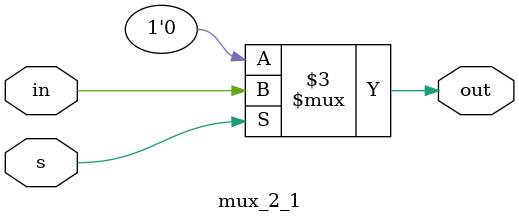
<source format=v>
module mux_2_1(
input s,
input in,
output reg out
);

always@(*)
begin
if(s)
	begin
	out = in;
	end
else
	begin
	out = 1'b0;
	end
end

endmodule


</source>
